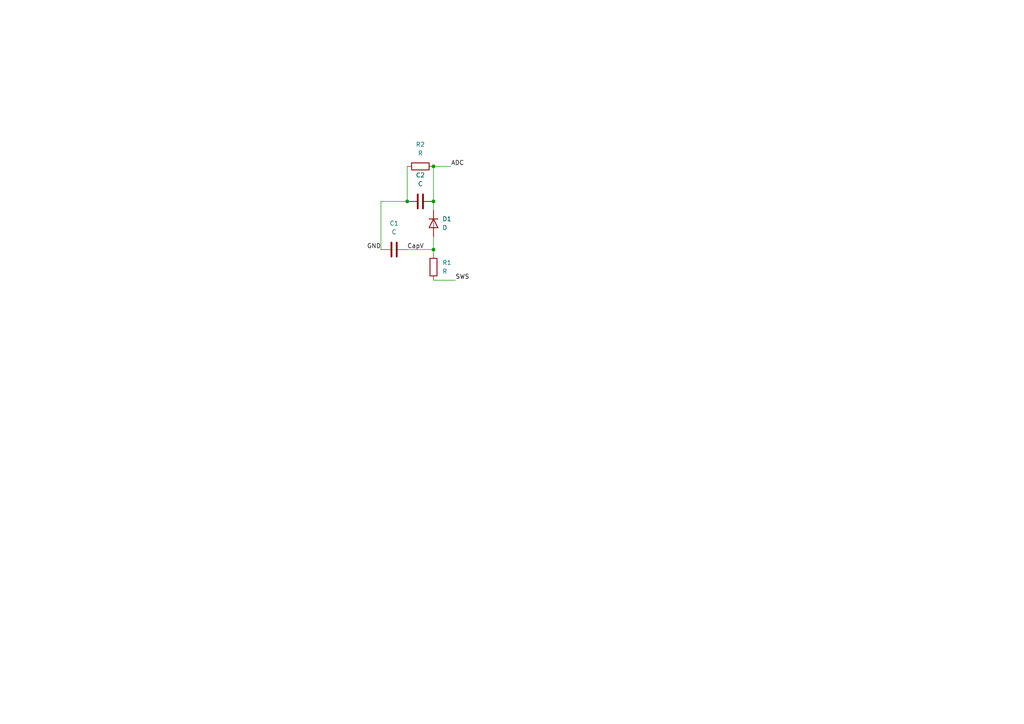
<source format=kicad_sch>
(kicad_sch (version 20230121) (generator eeschema)
  (paper "A4")
  (lib_symbols
    (symbol "Device:C" (pin_numbers hide) (pin_names (offset 0.254))
      (property "Reference" "C" (at 0.635 2.54 0))
      (property "Value" "C" (at 0.635 -2.54 0))
      (symbol "C_0_1"
        (polyline (pts (xy -2.032 -0.762) (xy 2.032 -0.762)) (stroke (width 0.508)))
        (polyline (pts (xy -2.032 0.762) (xy 2.032 0.762)) (stroke (width 0.508)))
      )
      (symbol "C_1_1"
        (pin passive line (at 0 3.81 270) (length 2.794) (name "~") (number "1"))
        (pin passive line (at 0 -3.81 90) (length 2.794) (name "~") (number "2"))
      )
    )
    (symbol "Device:D" (pin_numbers hide) (pin_names (offset 1.016) hide)
      (property "Reference" "D" (at 0 2.54 0))
      (property "Value" "D" (at 0 -2.54 0))
      (symbol "D_0_1"
        (polyline (pts (xy -1.27 1.27) (xy -1.27 -1.27)) (stroke (width 0.254)))
        (polyline (pts (xy 1.27 0) (xy -1.27 0)))
        (polyline (pts (xy 1.27 1.27) (xy 1.27 -1.27) (xy -1.27 0) (xy 1.27 1.27)) (stroke (width 0.254)))
      )
      (symbol "D_1_1"
        (pin passive line (at -3.81 0 0) (length 2.54) (name "K") (number "1"))
        (pin passive line (at 3.81 0 180) (length 2.54) (name "A") (number "2"))
      )
    )
    (symbol "Device:R" (pin_numbers hide) (pin_names (offset 0))
      (property "Reference" "R" (at 2.032 0 90))
      (property "Value" "R" (at 0 0 90))
      (symbol "R_0_1"
        (rectangle (start -1.016 -2.54) (end 1.016 2.54) (stroke (width 0.254)))
      )
      (symbol "R_1_1"
        (pin passive line (at 0 3.81 270) (length 1.27) (name "~") (number "1"))
        (pin passive line (at 0 -3.81 90) (length 1.27) (name "~") (number "2"))
      )
    )
  )
  (junction (at 118.11 58.42))
  (junction (at 125.73 72.39))
  (junction (at 125.73 58.42))
  (junction (at 125.73 48.26))
  (wire (pts (xy 125.73 48.26) (xy 130.81 48.26)))
  (wire (pts (xy 118.11 48.26) (xy 118.11 58.42)))
  (wire (pts (xy 125.73 73.66) (xy 125.73 72.39)))
  (wire (pts (xy 125.73 81.28) (xy 132.08 81.28)))
  (wire (pts (xy 125.73 58.42) (xy 125.73 60.96)))
  (wire (pts (xy 118.11 58.42) (xy 110.49 58.42)))
  (wire (pts (xy 125.73 48.26) (xy 125.73 58.42)))
  (wire (pts (xy 118.11 72.39) (xy 125.73 72.39)))
  (wire (pts (xy 110.49 58.42) (xy 110.49 72.39)))
  (wire (pts (xy 125.73 68.58) (xy 125.73 72.39)))
  (label "ADC" (at 130.81 48.26 0))
  (label "CapV" (at 118.11 72.39 0))
  (label "SWS" (at 132.08 81.28 0))
  (label "GND" (at 110.49 72.39 180))
  (symbol (lib_id "Device:D") (at 125.73 64.77 270) (unit 1)
    (property "Reference" "D1" (at 128.27 63.5 90) (effects (justify left)))
    (property "Value" "D" (at 128.27 66.04 90) (effects (justify left)))
    (property "Footprint" "ThroughHoleParts:Resistor" (effects hide))
  )
  (symbol (lib_id "Device:R") (at 121.92 48.26 90) (unit 1)
    (property "Reference" "R2" (at 121.92 41.91 90))
    (property "Value" "R" (at 121.92 44.45 90))
    (property "Footprint" "ThroughHoleParts:Resistor" (effects hide))
  )
  (symbol (lib_id "Device:R") (at 125.73 77.47 0) (unit 1)
    (property "Reference" "R1" (at 128.27 76.2 0) (effects (justify left)))
    (property "Value" "R" (at 128.27 78.74 0) (effects (justify left)))
    (property "Footprint" "ThroughHoleParts:Resistor" (effects hide))
  )
  (symbol (lib_id "Device:C") (at 114.3 72.39 90) (unit 1)
    (property "Reference" "C1" (at 114.3 64.77 90))
    (property "Value" "C" (at 114.3 67.31 90))
  )
  (symbol (lib_id "Device:C") (at 121.92 58.42 90) (unit 1)
    (property "Reference" "C2" (at 121.92 50.8 90))
    (property "Value" "C" (at 121.92 53.34 90))
    (property "Footprint" "ThroughHoleParts:Capacitor" (effects hide))
  )
)
</source>
